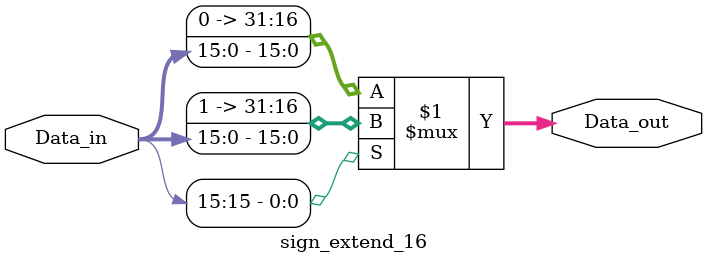
<source format=v>
module sign_extend_16 (
  input wire [15:0] Data_in,
  output wire [31:0] Data_out
);

  assign Data_out = (Data_in[15]) ? {{16{1'b1}}, Data_in} : {{16{1'b0}}, Data_in};

endmodule
</source>
